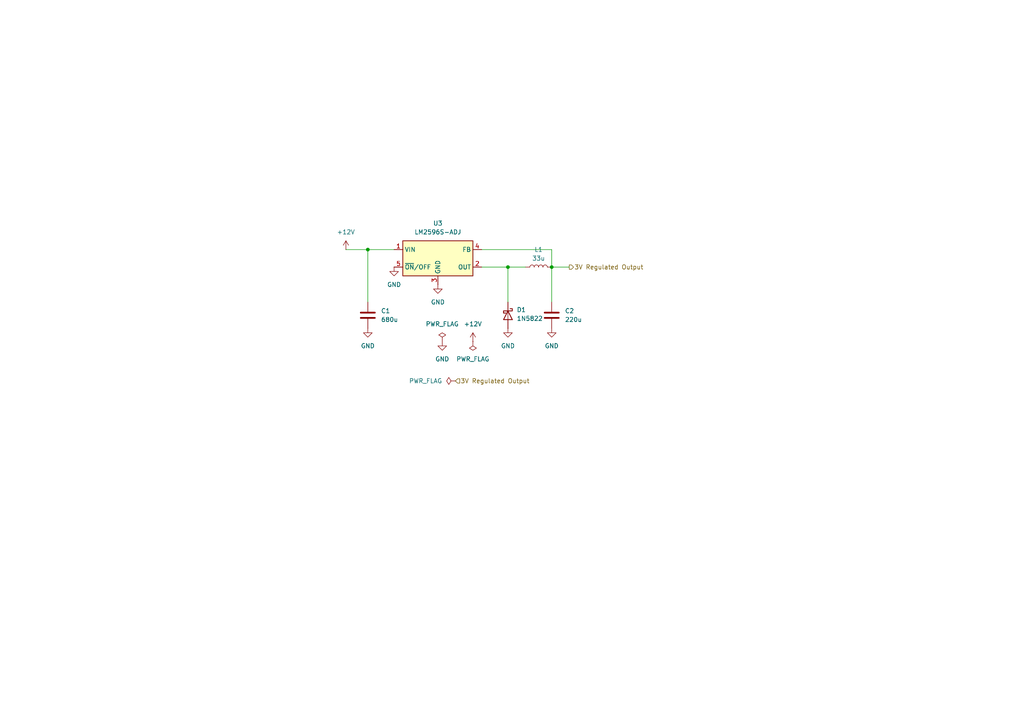
<source format=kicad_sch>
(kicad_sch (version 20231120) (generator "eeschema") (generator_version "8.0")
  (paper "A4")
  (lib_symbols
    (symbol "Device:C" (pin_numbers hide) (pin_names (offset 0.254))
      (property "Reference" "C" (at 0.635 2.54 0))
      (property "Value" "C" (at 0.635 -2.54 0))
      (symbol "C_0_1"
        (polyline (pts (xy -2.032 -0.762) (xy 2.032 -0.762)) (stroke (width 0.508)))
        (polyline (pts (xy -2.032 0.762) (xy 2.032 0.762)) (stroke (width 0.508)))
      )
      (symbol "C_1_1"
        (pin passive line (at 0 3.81 270) (length 2.794) (name "~") (number "1"))
        (pin passive line (at 0 -3.81 90) (length 2.794) (name "~") (number "2"))
      )
    )
    (symbol "Device:L" (pin_numbers hide) (pin_names (offset 1.016) hide)
      (property "Reference" "L" (at -1.27 0 90))
      (property "Value" "L" (at 1.905 0 90))
      (symbol "L_0_1"
        (arc (start 0 -2.54) (mid 0.6323 -1.905) (end 0 -1.27))
        (arc (start 0 -1.27) (mid 0.6323 -0.635) (end 0 0))
        (arc (start 0 0) (mid 0.6323 0.635) (end 0 1.27))
        (arc (start 0 1.27) (mid 0.6323 1.905) (end 0 2.54))
      )
      (symbol "L_1_1"
        (pin passive line (at 0 3.81 270) (length 1.27) (name "1") (number "1"))
        (pin passive line (at 0 -3.81 90) (length 1.27) (name "2") (number "2"))
      )
    )
    (symbol "Diode:1N5822" (pin_numbers hide) (pin_names (offset 1.016) hide)
      (property "Reference" "D" (at 0 2.54 0))
      (property "Value" "1N5822" (at 0 -2.54 0))
      (symbol "1N5822_0_1"
        (polyline (pts (xy 1.27 0) (xy -1.27 0)))
        (polyline (pts (xy 1.27 1.27) (xy 1.27 -1.27) (xy -1.27 0) (xy 1.27 1.27)) (stroke (width 0.254)))
        (polyline (pts (xy -1.905 0.635) (xy -1.905 1.27) (xy -1.27 1.27) (xy -1.27 -1.27) (xy -0.635 -1.27) (xy -0.635 -0.635)) (stroke (width 0.254)))
      )
      (symbol "1N5822_1_1"
        (pin passive line (at -3.81 0 0) (length 2.54) (name "K") (number "1"))
        (pin passive line (at 3.81 0 180) (length 2.54) (name "A") (number "2"))
      )
    )
    (symbol "Regulator_Switching:LM2596S-ADJ"
      (property "Reference" "U" (at -10.16 6.35 0))
      (property "Value" "LM2596S-ADJ" (at 0 6.35 0))
      (symbol "LM2596S-ADJ_0_1"
        (rectangle (start -10.16 5.08) (end 10.16 -5.08) (stroke (width 0.254)) (fill (type background)))
      )
      (symbol "LM2596S-ADJ_1_1"
        (pin power_in line (at -12.7 2.54 0) (length 2.54) (name "VIN") (number "1"))
        (pin output line (at 12.7 -2.54 180) (length 2.54) (name "OUT") (number "2"))
        (pin power_in line (at 0 -7.62 90) (length 2.54) (name "GND") (number "3"))
        (pin input line (at 12.7 2.54 180) (length 2.54) (name "FB") (number "4"))
        (pin input line (at -12.7 -2.54 0) (length 2.54) (name "~{ON}/OFF") (number "5"))
      )
    )
    (symbol "power:+12V" (power) (pin_numbers hide) (pin_names (offset 0) hide)
      (property "Value" "+12V" (at 0 3.556 0))
      (symbol "+12V_0_1"
        (polyline (pts (xy -0.762 1.27) (xy 0 2.54)))
        (polyline (pts (xy 0 0) (xy 0 2.54)))
        (polyline (pts (xy 0 2.54) (xy 0.762 1.27)))
      )
      (symbol "+12V_1_1"
        (pin power_in line (at 0 0 90) (length 0) (name "~") (number "1"))
      )
    )
    (symbol "power:GND" (power) (pin_numbers hide) (pin_names (offset 0) hide)
      (property "Value" "GND" (at 0 -3.81 0))
      (symbol "GND_0_1"
        (polyline (pts (xy 0 0) (xy 0 -1.27) (xy 1.27 -1.27) (xy 0 -2.54) (xy -1.27 -1.27) (xy 0 -1.27)))
      )
      (symbol "GND_1_1"
        (pin power_in line (at 0 0 270) (length 0) (name "~") (number "1"))
      )
    )
    (symbol "power:PWR_FLAG" (power) (pin_numbers hide) (pin_names (offset 0) hide)
      (property "Value" "PWR_FLAG" (at 0 3.81 0))
      (symbol "PWR_FLAG_0_0"
        (pin power_out line (at 0 0 90) (length 0) (name "~") (number "1"))
      )
      (symbol "PWR_FLAG_0_1"
        (polyline (pts (xy 0 0) (xy 0 1.27) (xy -1.016 1.905) (xy 0 2.54) (xy 1.016 1.905) (xy 0 1.27)))
      )
    )
  )
  (junction (at 160.02 77.47))
  (junction (at 147.32 77.47))
  (junction (at 106.68 72.39))
  (wire (pts (xy 106.68 72.39) (xy 106.68 87.63)))
  (wire (pts (xy 147.32 77.47) (xy 147.32 87.63)))
  (wire (pts (xy 106.68 72.39) (xy 114.3 72.39)))
  (wire (pts (xy 100.33 72.39) (xy 106.68 72.39)))
  (wire (pts (xy 160.02 77.47) (xy 165.1 77.47)))
  (wire (pts (xy 160.02 77.47) (xy 160.02 87.63)))
  (wire (pts (xy 160.02 72.39) (xy 160.02 77.47)))
  (wire (pts (xy 147.32 77.47) (xy 152.4 77.47)))
  (wire (pts (xy 139.7 77.47) (xy 147.32 77.47)))
  (wire (pts (xy 139.7 72.39) (xy 160.02 72.39)))
  (hierarchical_label "3V Regulated Output" (shape output) (at 165.1 77.47 0))
  (hierarchical_label "3V Regulated Output" (shape input) (at 132.08 110.49 0))
  (symbol (lib_id "power:+12V") (at 137.16 99.06 0) (unit 1)
    (property "Reference" "#PWR06" (effects (hide yes)))
    (property "Value" "+12V" (at 137.16 93.98 0))
    (property "Description" "Power symbol creates a global label with name \"+12V\"" (effects (hide yes)))
  )
  (symbol (lib_id "power:GND") (at 114.3 77.47 0) (unit 1)
    (property "Reference" "#PWR03" (effects (hide yes)))
    (property "Value" "GND" (at 114.3 82.55 0))
    (property "Description" "Power symbol creates a global label with name \"GND\" , ground" (effects (hide yes)))
  )
  (symbol (lib_id "power:GND") (at 147.32 95.25 0) (unit 1)
    (property "Reference" "#PWR07" (effects (hide yes)))
    (property "Value" "GND" (at 147.32 100.33 0))
    (property "Description" "Power symbol creates a global label with name \"GND\" , ground" (effects (hide yes)))
  )
  (symbol (lib_id "power:PWR_FLAG") (at 128.27 99.06 0) (unit 1)
    (property "Reference" "#FLG01" (effects (hide yes)))
    (property "Value" "PWR_FLAG" (at 128.27 93.98 0))
    (property "Description" "Special symbol for telling ERC where power comes from" (effects (hide yes)))
  )
  (symbol (lib_id "Device:L") (at 156.21 77.47 270) (mirror x) (unit 1)
    (property "Reference" "L1" (at 156.21 72.39 90))
    (property "Value" "33u" (at 156.21 74.93 90))
    (property "Description" "Inductor" (effects (hide yes)))
  )
  (symbol (lib_id "power:+12V") (at 100.33 72.39 0) (unit 1)
    (property "Reference" "#PWR01" (effects (hide yes)))
    (property "Value" "+12V" (at 100.33 67.31 0))
    (property "Description" "Power symbol creates a global label with name \"+12V\"" (effects (hide yes)))
  )
  (symbol (lib_id "power:GND") (at 128.27 99.06 0) (unit 1)
    (property "Reference" "#PWR05" (effects (hide yes)))
    (property "Value" "GND" (at 128.27 104.14 0))
    (property "Description" "Power symbol creates a global label with name \"GND\" , ground" (effects (hide yes)))
  )
  (symbol (lib_id "power:PWR_FLAG") (at 137.16 99.06 180) (unit 1)
    (property "Reference" "#FLG02" (effects (hide yes)))
    (property "Value" "PWR_FLAG" (at 137.16 104.14 0))
    (property "Description" "Special symbol for telling ERC where power comes from" (effects (hide yes)))
  )
  (symbol (lib_id "power:GND") (at 127 82.55 0) (unit 1)
    (property "Reference" "#PWR04" (effects (hide yes)))
    (property "Value" "GND" (at 127 87.63 0))
    (property "Description" "Power symbol creates a global label with name \"GND\" , ground" (effects (hide yes)))
  )
  (symbol (lib_id "power:GND") (at 106.68 95.25 0) (unit 1)
    (property "Reference" "#PWR02" (effects (hide yes)))
    (property "Value" "GND" (at 106.68 100.33 0))
    (property "Description" "Power symbol creates a global label with name \"GND\" , ground" (effects (hide yes)))
  )
  (symbol (lib_id "Device:C") (at 106.68 91.44 0) (unit 1)
    (property "Reference" "C1" (at 110.49 90.1699 0) (effects (justify left)))
    (property "Value" "680u" (at 110.49 92.7099 0) (effects (justify left)))
    (property "Description" "Unpolarized capacitor" (effects (hide yes)))
  )
  (symbol (lib_id "Device:C") (at 160.02 91.44 0) (unit 1)
    (property "Reference" "C2" (at 163.83 90.1699 0) (effects (justify left)))
    (property "Value" "220u" (at 163.83 92.7099 0) (effects (justify left)))
    (property "Description" "Unpolarized capacitor" (effects (hide yes)))
  )
  (symbol (lib_id "power:PWR_FLAG") (at 132.08 110.49 90) (unit 1)
    (property "Reference" "#FLG03" (effects (hide yes)))
    (property "Value" "PWR_FLAG" (at 128.27 110.4899 90) (effects (justify left)))
    (property "Description" "Special symbol for telling ERC where power comes from" (effects (hide yes)))
  )
  (symbol (lib_id "Regulator_Switching:LM2596S-ADJ") (at 127 74.93 0) (unit 1)
    (property "Reference" "U3" (at 127 64.77 0))
    (property "Value" "LM2596S-ADJ" (at 127 67.31 0))
    (property "Footprint" "Package_TO_SOT_SMD:TO-263-5_TabPin3" (effects (hide yes)))
    (property "Datasheet" "http://www.ti.com/lit/ds/symlink/lm2596.pdf" (effects (hide yes)))
    (property "Description" "Adjustable 3A Step-Down Voltage Regulator, TO-263" (effects (hide yes)))
  )
  (symbol (lib_id "power:GND") (at 160.02 95.25 0) (unit 1)
    (property "Reference" "#PWR08" (effects (hide yes)))
    (property "Value" "GND" (at 160.02 100.33 0))
    (property "Description" "Power symbol creates a global label with name \"GND\" , ground" (effects (hide yes)))
  )
  (symbol (lib_id "Diode:1N5822") (at 147.32 91.44 270) (unit 1)
    (property "Reference" "D1" (at 149.86 89.8524 90) (effects (justify left)))
    (property "Value" "1N5822" (at 149.86 92.3924 90) (effects (justify left)))
    (property "Footprint" "Diode_THT:D_DO-201AD_P15.24mm_Horizontal" (effects (hide yes)))
    (property "Datasheet" "http://www.vishay.com/docs/88526/1n5820.pdf" (effects (hide yes)))
    (property "Description" "40V 3A Schottky Barrier Rectifier Diode, DO-201AD" (effects (hide yes)))
  )
)
</source>
